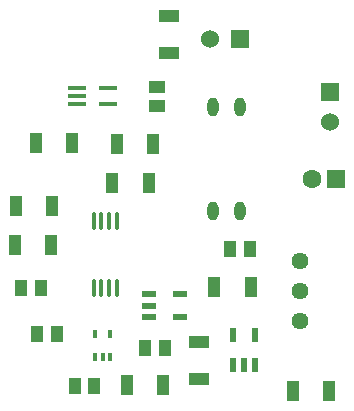
<source format=gbr>
%TF.GenerationSoftware,KiCad,Pcbnew,8.0.5*%
%TF.CreationDate,2024-10-12T22:57:13+02:00*%
%TF.ProjectId,SCS IMD-AMS Indicator,53435320-494d-4442-9d41-4d5320496e64,rev?*%
%TF.SameCoordinates,Original*%
%TF.FileFunction,Soldermask,Top*%
%TF.FilePolarity,Negative*%
%FSLAX46Y46*%
G04 Gerber Fmt 4.6, Leading zero omitted, Abs format (unit mm)*
G04 Created by KiCad (PCBNEW 8.0.5) date 2024-10-12 22:57:13*
%MOMM*%
%LPD*%
G01*
G04 APERTURE LIST*
G04 Aperture macros list*
%AMRoundRect*
0 Rectangle with rounded corners*
0 $1 Rounding radius*
0 $2 $3 $4 $5 $6 $7 $8 $9 X,Y pos of 4 corners*
0 Add a 4 corners polygon primitive as box body*
4,1,4,$2,$3,$4,$5,$6,$7,$8,$9,$2,$3,0*
0 Add four circle primitives for the rounded corners*
1,1,$1+$1,$2,$3*
1,1,$1+$1,$4,$5*
1,1,$1+$1,$6,$7*
1,1,$1+$1,$8,$9*
0 Add four rect primitives between the rounded corners*
20,1,$1+$1,$2,$3,$4,$5,0*
20,1,$1+$1,$4,$5,$6,$7,0*
20,1,$1+$1,$6,$7,$8,$9,0*
20,1,$1+$1,$8,$9,$2,$3,0*%
G04 Aperture macros list end*
%ADD10RoundRect,0.100000X0.100000X-0.637500X0.100000X0.637500X-0.100000X0.637500X-0.100000X-0.637500X0*%
%ADD11R,1.050000X1.800000*%
%ADD12R,1.070000X1.470000*%
%ADD13R,1.600000X1.600000*%
%ADD14C,1.600000*%
%ADD15O,0.950000X1.600000*%
%ADD16R,1.150000X0.600000*%
%ADD17R,0.600000X1.150000*%
%ADD18R,1.800000X1.050000*%
%ADD19R,1.530000X1.530000*%
%ADD20C,1.530000*%
%ADD21R,1.470000X1.070000*%
%ADD22C,1.440000*%
%ADD23RoundRect,0.100000X0.100000X-0.225000X0.100000X0.225000X-0.100000X0.225000X-0.100000X-0.225000X0*%
%ADD24RoundRect,0.100000X-0.650000X-0.100000X0.650000X-0.100000X0.650000X0.100000X-0.650000X0.100000X0*%
G04 APERTURE END LIST*
D10*
%TO.C,U2*%
X76520000Y-73805100D03*
X77170000Y-73805100D03*
X77820000Y-73805100D03*
X78470000Y-73805100D03*
X78470000Y-68080100D03*
X77820000Y-68080100D03*
X77170000Y-68080100D03*
X76520000Y-68080100D03*
%TD*%
D11*
%TO.C,R9*%
X79298200Y-82016600D03*
X82398200Y-82016600D03*
%TD*%
D12*
%TO.C,C7*%
X74922800Y-82092800D03*
X76562800Y-82092800D03*
%TD*%
D11*
%TO.C,R1*%
X89815000Y-73660000D03*
X86715000Y-73660000D03*
%TD*%
D13*
%TO.C,C1*%
X97028000Y-64516000D03*
D14*
X95028000Y-64516000D03*
%TD*%
D11*
%TO.C,R3*%
X71602000Y-61468000D03*
X74702000Y-61468000D03*
%TD*%
D15*
%TO.C,K1*%
X86614000Y-67220000D03*
X88900000Y-67220000D03*
X88900000Y-58420000D03*
X86614000Y-58420000D03*
%TD*%
D16*
%TO.C,G1*%
X81220000Y-74300000D03*
X81220000Y-75250000D03*
X81220000Y-76200000D03*
X83820000Y-76200000D03*
X83820000Y-74300000D03*
%TD*%
D17*
%TO.C,G2*%
X88280200Y-80319400D03*
X89230200Y-80319400D03*
X90180200Y-80319400D03*
X90180200Y-77719400D03*
X88280200Y-77719400D03*
%TD*%
D18*
%TO.C,R8*%
X85420200Y-78358400D03*
X85420200Y-81458400D03*
%TD*%
D19*
%TO.C,J1*%
X88900000Y-52705000D03*
D20*
X86360000Y-52705000D03*
%TD*%
D21*
%TO.C,C4*%
X81889600Y-56736400D03*
X81889600Y-58376400D03*
%TD*%
D11*
%TO.C,R5*%
X69824000Y-70154800D03*
X72924000Y-70154800D03*
%TD*%
D12*
%TO.C,C5*%
X71747800Y-77622400D03*
X73387800Y-77622400D03*
%TD*%
D11*
%TO.C,R4*%
X73000200Y-66802000D03*
X69900200Y-66802000D03*
%TD*%
D12*
%TO.C,C3*%
X70401600Y-73736200D03*
X72041600Y-73736200D03*
%TD*%
D11*
%TO.C,R7*%
X81560000Y-61595000D03*
X78460000Y-61595000D03*
%TD*%
D12*
%TO.C,C2*%
X88080000Y-70485000D03*
X89720000Y-70485000D03*
%TD*%
D19*
%TO.C,J2*%
X96520000Y-57150000D03*
D20*
X96520000Y-59690000D03*
%TD*%
D11*
%TO.C,R10*%
X96469800Y-82448400D03*
X93369800Y-82448400D03*
%TD*%
D18*
%TO.C,R2*%
X82905600Y-50748600D03*
X82905600Y-53848600D03*
%TD*%
D11*
%TO.C,R6*%
X78079000Y-64897000D03*
X81179000Y-64897000D03*
%TD*%
D12*
%TO.C,C6*%
X80891800Y-78841600D03*
X82531800Y-78841600D03*
%TD*%
D22*
%TO.C,U3*%
X93948000Y-71435500D03*
X93948000Y-73975500D03*
X93948000Y-76515500D03*
%TD*%
D23*
%TO.C,CP1*%
X76631800Y-79573200D03*
X77281800Y-79573200D03*
X77931800Y-79573200D03*
X77931800Y-77673200D03*
X76631800Y-77673200D03*
%TD*%
D24*
%TO.C,U1*%
X75073200Y-56855600D03*
X75073200Y-57505600D03*
X75073200Y-58155600D03*
X77733200Y-58155600D03*
X77733200Y-56855600D03*
%TD*%
M02*

</source>
